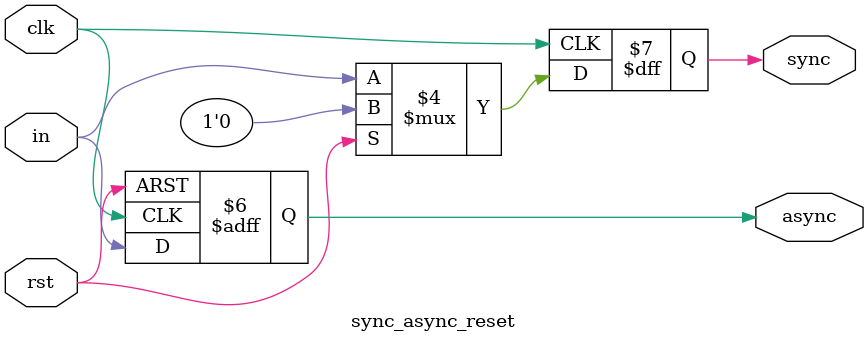
<source format=v>
`timescale 1ns / 1ps

module sync_async_reset(
    input clk,rst,in,
    output reg sync,async
    );
    always@(posedge clk) begin
        if(rst) begin
            sync<=1'b0;
        end
        else sync<=in;
    end
    
    always@(posedge clk,posedge rst) begin
        if(rst) begin
            async<=1'b0;
        end
        else async<=in;
    end
endmodule

</source>
